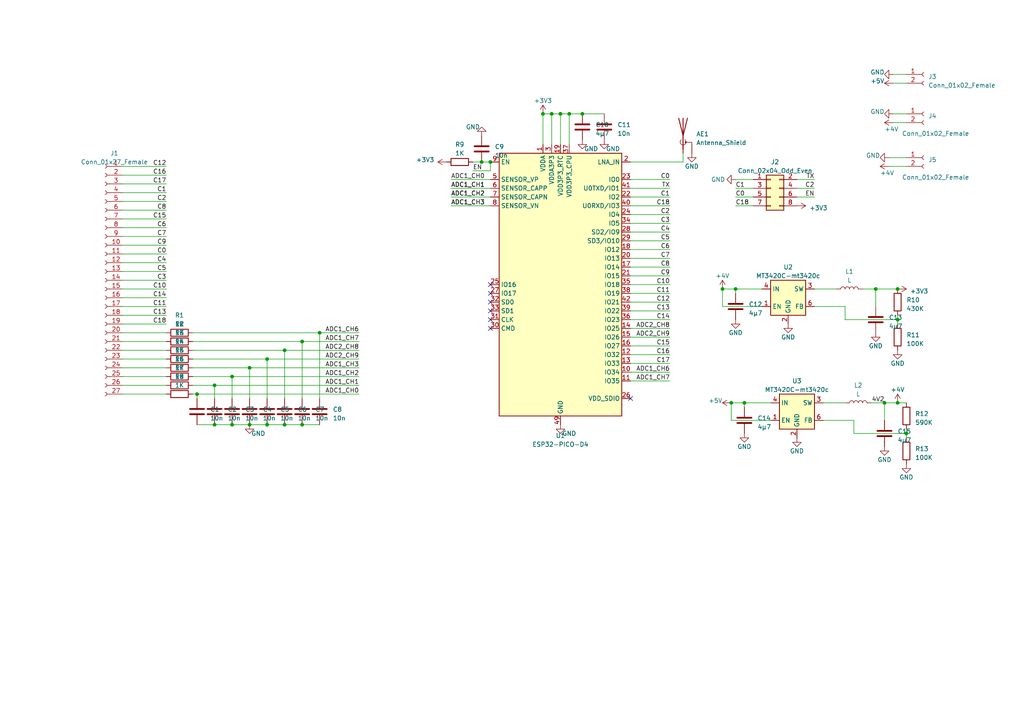
<source format=kicad_sch>
(kicad_sch (version 20210406) (generator eeschema)
  (paper "A4")
  (lib_symbols
    (symbol "Connector:Conn_01x02_Female" (pin_names (offset 1.016) hide)
      (property "Reference" "J" (at 0 2.54 0))
      (property "Value" "Conn_01x02_Female" (at 0 -5.08 0))
      (symbol "Conn_01x02_Female_1_1"
        (arc (start 0 -2.032) (end 0 -3.048) (radius (at 0 -2.54) (length 0.508) (angles 90.1 -90.1)) (stroke (width 0.1524)))
        (arc (start 0 0.508) (end 0 -0.508) (radius (at 0 0) (length 0.508) (angles 90.1 -90.1)) (stroke (width 0.1524)))
        (polyline (pts (xy -1.27 -2.54) (xy -0.508 -2.54)) (stroke (width 0.1524)))
        (polyline (pts (xy -1.27 0) (xy -0.508 0)) (stroke (width 0.1524)))
        (pin passive line (at -5.08 0 0) (length 3.81) (name "Pin_1") (number "1"))
        (pin passive line (at -5.08 -2.54 0) (length 3.81) (name "Pin_2") (number "2"))
      )
    )
    (symbol "Connector:Conn_01x27_Female" (pin_names (offset 1.016) hide)
      (property "Reference" "J" (at 0 35.56 0))
      (property "Value" "Conn_01x27_Female" (at 0 -35.56 0))
      (symbol "Conn_01x27_Female_1_1"
        (arc (start 0 -32.512) (end 0 -33.528) (radius (at 0 -33.02) (length 0.508) (angles 90.1 -90.1)) (stroke (width 0.1524)))
        (arc (start 0 -29.972) (end 0 -30.988) (radius (at 0 -30.48) (length 0.508) (angles 90.1 -90.1)) (stroke (width 0.1524)))
        (arc (start 0 -27.432) (end 0 -28.448) (radius (at 0 -27.94) (length 0.508) (angles 90.1 -90.1)) (stroke (width 0.1524)))
        (arc (start 0 -24.892) (end 0 -25.908) (radius (at 0 -25.4) (length 0.508) (angles 90.1 -90.1)) (stroke (width 0.1524)))
        (arc (start 0 -22.352) (end 0 -23.368) (radius (at 0 -22.86) (length 0.508) (angles 90.1 -90.1)) (stroke (width 0.1524)))
        (arc (start 0 -19.812) (end 0 -20.828) (radius (at 0 -20.32) (length 0.508) (angles 90.1 -90.1)) (stroke (width 0.1524)))
        (arc (start 0 -17.272) (end 0 -18.288) (radius (at 0 -17.78) (length 0.508) (angles 90.1 -90.1)) (stroke (width 0.1524)))
        (arc (start 0 -14.732) (end 0 -15.748) (radius (at 0 -15.24) (length 0.508) (angles 90.1 -90.1)) (stroke (width 0.1524)))
        (arc (start 0 -12.192) (end 0 -13.208) (radius (at 0 -12.7) (length 0.508) (angles 90.1 -90.1)) (stroke (width 0.1524)))
        (arc (start 0 -9.652) (end 0 -10.668) (radius (at 0 -10.16) (length 0.508) (angles 90.1 -90.1)) (stroke (width 0.1524)))
        (arc (start 0 -7.112) (end 0 -8.128) (radius (at 0 -7.62) (length 0.508) (angles 90.1 -90.1)) (stroke (width 0.1524)))
        (arc (start 0 -4.572) (end 0 -5.588) (radius (at 0 -5.08) (length 0.508) (angles 90.1 -90.1)) (stroke (width 0.1524)))
        (arc (start 0 -2.032) (end 0 -3.048) (radius (at 0 -2.54) (length 0.508) (angles 90.1 -90.1)) (stroke (width 0.1524)))
        (arc (start 0 0.508) (end 0 -0.508) (radius (at 0 0) (length 0.508) (angles 90.1 -90.1)) (stroke (width 0.1524)))
        (arc (start 0 3.048) (end 0 2.032) (radius (at 0 2.54) (length 0.508) (angles 90.1 -90.1)) (stroke (width 0.1524)))
        (arc (start 0 5.588) (end 0 4.572) (radius (at 0 5.08) (length 0.508) (angles 90.1 -90.1)) (stroke (width 0.1524)))
        (arc (start 0 8.128) (end 0 7.112) (radius (at 0 7.62) (length 0.508) (angles 90.1 -90.1)) (stroke (width 0.1524)))
        (arc (start 0 10.668) (end 0 9.652) (radius (at 0 10.16) (length 0.508) (angles 90.1 -90.1)) (stroke (width 0.1524)))
        (arc (start 0 13.208) (end 0 12.192) (radius (at 0 12.7) (length 0.508) (angles 90.1 -90.1)) (stroke (width 0.1524)))
        (arc (start 0 15.748) (end 0 14.732) (radius (at 0 15.24) (length 0.508) (angles 90.1 -90.1)) (stroke (width 0.1524)))
        (arc (start 0 18.288) (end 0 17.272) (radius (at 0 17.78) (length 0.508) (angles 90.1 -90.1)) (stroke (width 0.1524)))
        (arc (start 0 20.828) (end 0 19.812) (radius (at 0 20.32) (length 0.508) (angles 90.1 -90.1)) (stroke (width 0.1524)))
        (arc (start 0 23.368) (end 0 22.352) (radius (at 0 22.86) (length 0.508) (angles 90.1 -90.1)) (stroke (width 0.1524)))
        (arc (start 0 25.908) (end 0 24.892) (radius (at 0 25.4) (length 0.508) (angles 90.1 -90.1)) (stroke (width 0.1524)))
        (arc (start 0 28.448) (end 0 27.432) (radius (at 0 27.94) (length 0.508) (angles 90.1 -90.1)) (stroke (width 0.1524)))
        (arc (start 0 30.988) (end 0 29.972) (radius (at 0 30.48) (length 0.508) (angles 90.1 -90.1)) (stroke (width 0.1524)))
        (arc (start 0 33.528) (end 0 32.512) (radius (at 0 33.02) (length 0.508) (angles 90.1 -90.1)) (stroke (width 0.1524)))
        (polyline (pts (xy -1.27 -33.02) (xy -0.508 -33.02)) (stroke (width 0.1524)))
        (polyline (pts (xy -1.27 -30.48) (xy -0.508 -30.48)) (stroke (width 0.1524)))
        (polyline (pts (xy -1.27 -27.94) (xy -0.508 -27.94)) (stroke (width 0.1524)))
        (polyline (pts (xy -1.27 -25.4) (xy -0.508 -25.4)) (stroke (width 0.1524)))
        (polyline (pts (xy -1.27 -22.86) (xy -0.508 -22.86)) (stroke (width 0.1524)))
        (polyline (pts (xy -1.27 -20.32) (xy -0.508 -20.32)) (stroke (width 0.1524)))
        (polyline (pts (xy -1.27 -17.78) (xy -0.508 -17.78)) (stroke (width 0.1524)))
        (polyline (pts (xy -1.27 -15.24) (xy -0.508 -15.24)) (stroke (width 0.1524)))
        (polyline (pts (xy -1.27 -12.7) (xy -0.508 -12.7)) (stroke (width 0.1524)))
        (polyline (pts (xy -1.27 -10.16) (xy -0.508 -10.16)) (stroke (width 0.1524)))
        (polyline (pts (xy -1.27 -7.62) (xy -0.508 -7.62)) (stroke (width 0.1524)))
        (polyline (pts (xy -1.27 -5.08) (xy -0.508 -5.08)) (stroke (width 0.1524)))
        (polyline (pts (xy -1.27 -2.54) (xy -0.508 -2.54)) (stroke (width 0.1524)))
        (polyline (pts (xy -1.27 0) (xy -0.508 0)) (stroke (width 0.1524)))
        (polyline (pts (xy -1.27 2.54) (xy -0.508 2.54)) (stroke (width 0.1524)))
        (polyline (pts (xy -1.27 5.08) (xy -0.508 5.08)) (stroke (width 0.1524)))
        (polyline (pts (xy -1.27 7.62) (xy -0.508 7.62)) (stroke (width 0.1524)))
        (polyline (pts (xy -1.27 10.16) (xy -0.508 10.16)) (stroke (width 0.1524)))
        (polyline (pts (xy -1.27 12.7) (xy -0.508 12.7)) (stroke (width 0.1524)))
        (polyline (pts (xy -1.27 15.24) (xy -0.508 15.24)) (stroke (width 0.1524)))
        (polyline (pts (xy -1.27 17.78) (xy -0.508 17.78)) (stroke (width 0.1524)))
        (polyline (pts (xy -1.27 20.32) (xy -0.508 20.32)) (stroke (width 0.1524)))
        (polyline (pts (xy -1.27 22.86) (xy -0.508 22.86)) (stroke (width 0.1524)))
        (polyline (pts (xy -1.27 25.4) (xy -0.508 25.4)) (stroke (width 0.1524)))
        (polyline (pts (xy -1.27 27.94) (xy -0.508 27.94)) (stroke (width 0.1524)))
        (polyline (pts (xy -1.27 30.48) (xy -0.508 30.48)) (stroke (width 0.1524)))
        (polyline (pts (xy -1.27 33.02) (xy -0.508 33.02)) (stroke (width 0.1524)))
        (pin passive line (at -5.08 33.02 0) (length 3.81) (name "Pin_1") (number "1"))
        (pin passive line (at -5.08 10.16 0) (length 3.81) (name "Pin_10") (number "10"))
        (pin passive line (at -5.08 7.62 0) (length 3.81) (name "Pin_11") (number "11"))
        (pin passive line (at -5.08 5.08 0) (length 3.81) (name "Pin_12") (number "12"))
        (pin passive line (at -5.08 2.54 0) (length 3.81) (name "Pin_13") (number "13"))
        (pin passive line (at -5.08 0 0) (length 3.81) (name "Pin_14") (number "14"))
        (pin passive line (at -5.08 -2.54 0) (length 3.81) (name "Pin_15") (number "15"))
        (pin passive line (at -5.08 -5.08 0) (length 3.81) (name "Pin_16") (number "16"))
        (pin passive line (at -5.08 -7.62 0) (length 3.81) (name "Pin_17") (number "17"))
        (pin passive line (at -5.08 -10.16 0) (length 3.81) (name "Pin_18") (number "18"))
        (pin passive line (at -5.08 -12.7 0) (length 3.81) (name "Pin_19") (number "19"))
        (pin passive line (at -5.08 30.48 0) (length 3.81) (name "Pin_2") (number "2"))
        (pin passive line (at -5.08 -15.24 0) (length 3.81) (name "Pin_20") (number "20"))
        (pin passive line (at -5.08 -17.78 0) (length 3.81) (name "Pin_21") (number "21"))
        (pin passive line (at -5.08 -20.32 0) (length 3.81) (name "Pin_22") (number "22"))
        (pin passive line (at -5.08 -22.86 0) (length 3.81) (name "Pin_23") (number "23"))
        (pin passive line (at -5.08 -25.4 0) (length 3.81) (name "Pin_24") (number "24"))
        (pin passive line (at -5.08 -27.94 0) (length 3.81) (name "Pin_25") (number "25"))
        (pin passive line (at -5.08 -30.48 0) (length 3.81) (name "Pin_26") (number "26"))
        (pin passive line (at -5.08 -33.02 0) (length 3.81) (name "Pin_27") (number "27"))
        (pin passive line (at -5.08 27.94 0) (length 3.81) (name "Pin_3") (number "3"))
        (pin passive line (at -5.08 25.4 0) (length 3.81) (name "Pin_4") (number "4"))
        (pin passive line (at -5.08 22.86 0) (length 3.81) (name "Pin_5") (number "5"))
        (pin passive line (at -5.08 20.32 0) (length 3.81) (name "Pin_6") (number "6"))
        (pin passive line (at -5.08 17.78 0) (length 3.81) (name "Pin_7") (number "7"))
        (pin passive line (at -5.08 15.24 0) (length 3.81) (name "Pin_8") (number "8"))
        (pin passive line (at -5.08 12.7 0) (length 3.81) (name "Pin_9") (number "9"))
      )
    )
    (symbol "Connector_Generic:Conn_02x04_Odd_Even" (pin_names (offset 1.016) hide)
      (property "Reference" "J" (at 1.27 5.08 0))
      (property "Value" "Conn_02x04_Odd_Even" (at 1.27 -7.62 0))
      (symbol "Conn_02x04_Odd_Even_1_1"
        (rectangle (start -1.27 -4.953) (end 0 -5.207) (stroke (width 0.1524)))
        (rectangle (start -1.27 -2.413) (end 0 -2.667) (stroke (width 0.1524)))
        (rectangle (start -1.27 0.127) (end 0 -0.127) (stroke (width 0.1524)))
        (rectangle (start -1.27 2.667) (end 0 2.413) (stroke (width 0.1524)))
        (rectangle (start 3.81 -4.953) (end 2.54 -5.207) (stroke (width 0.1524)))
        (rectangle (start 3.81 -2.413) (end 2.54 -2.667) (stroke (width 0.1524)))
        (rectangle (start 3.81 0.127) (end 2.54 -0.127) (stroke (width 0.1524)))
        (rectangle (start 3.81 2.667) (end 2.54 2.413) (stroke (width 0.1524)))
        (rectangle (start -1.27 3.81) (end 3.81 -6.35) (stroke (width 0.254)) (fill (type background)))
        (pin passive line (at -5.08 2.54 0) (length 3.81) (name "Pin_1") (number "1"))
        (pin passive line (at 7.62 2.54 180) (length 3.81) (name "Pin_2") (number "2"))
        (pin passive line (at -5.08 0 0) (length 3.81) (name "Pin_3") (number "3"))
        (pin passive line (at 7.62 0 180) (length 3.81) (name "Pin_4") (number "4"))
        (pin passive line (at -5.08 -2.54 0) (length 3.81) (name "Pin_5") (number "5"))
        (pin passive line (at 7.62 -2.54 180) (length 3.81) (name "Pin_6") (number "6"))
        (pin passive line (at -5.08 -5.08 0) (length 3.81) (name "Pin_7") (number "7"))
        (pin passive line (at 7.62 -5.08 180) (length 3.81) (name "Pin_8") (number "8"))
      )
    )
    (symbol "Device:Antenna_Shield" (pin_numbers hide) (pin_names (offset 1.016) hide)
      (property "Reference" "AE" (at -1.905 4.445 0))
      (property "Value" "Antenna_Shield" (at -1.905 2.54 0))
      (symbol "Antenna_Shield_0_1"
        (arc (start 0 -2.667) (end -0.508 -1.143) (radius (at -0.0254 -1.8542) (length 0.8128) (angles -88.2 124.2)))
        (arc (start 0 -2.667) (end 0.508 -1.143) (radius (at 0.0254 -1.8542) (length 0.8128) (angles -91.8 55.8)))
        (circle (center 0.762 -1.905) (radius 0.1778) (fill (type outline)))
        (polyline (pts (xy 0 -2.54) (xy 0 0)))
        (polyline (pts (xy 0 5.08) (xy 0 -3.81)) (stroke (width 0.254)))
        (polyline (pts (xy 0.762 -1.905) (xy 2.54 -1.905)))
        (polyline (pts (xy 2.54 -2.54) (xy 2.54 -1.905)))
        (polyline (pts (xy 1.27 5.08) (xy 0 0) (xy -1.27 5.08)) (stroke (width 0.254)))
      )
      (symbol "Antenna_Shield_1_1"
        (pin input line (at 0 -5.08 90) (length 2.54) (name "A") (number "1"))
        (pin input line (at 2.54 -5.08 90) (length 2.54) (name "Shield") (number "2"))
      )
    )
    (symbol "Device:C" (pin_numbers hide) (pin_names (offset 0.254))
      (property "Reference" "C" (at 0.635 2.54 0))
      (property "Value" "C" (at 0.635 -2.54 0))
      (symbol "C_0_1"
        (polyline (pts (xy -2.032 -0.762) (xy 2.032 -0.762)) (stroke (width 0.508)))
        (polyline (pts (xy -2.032 0.762) (xy 2.032 0.762)) (stroke (width 0.508)))
      )
      (symbol "C_1_1"
        (pin passive line (at 0 3.81 270) (length 2.794) (name "~") (number "1"))
        (pin passive line (at 0 -3.81 90) (length 2.794) (name "~") (number "2"))
      )
    )
    (symbol "Device:L" (pin_numbers hide) (pin_names (offset 1.016) hide)
      (property "Reference" "L" (at -1.27 0 90))
      (property "Value" "L" (at 1.905 0 90))
      (symbol "L_0_1"
        (arc (start 0 -2.54) (end 0 -1.27) (radius (at 0 -1.905) (length 0.635) (angles -89.9 89.9)))
        (arc (start 0 -1.27) (end 0 0) (radius (at 0 -0.635) (length 0.635) (angles -89.9 89.9)))
        (arc (start 0 0) (end 0 1.27) (radius (at 0 0.635) (length 0.635) (angles -89.9 89.9)))
        (arc (start 0 1.27) (end 0 2.54) (radius (at 0 1.905) (length 0.635) (angles -89.9 89.9)))
      )
      (symbol "L_1_1"
        (pin passive line (at 0 3.81 270) (length 1.27) (name "1") (number "1"))
        (pin passive line (at 0 -3.81 90) (length 1.27) (name "2") (number "2"))
      )
    )
    (symbol "Device:R" (pin_numbers hide) (pin_names (offset 0))
      (property "Reference" "R" (at 2.032 0 90))
      (property "Value" "R" (at 0 0 90))
      (symbol "R_0_1"
        (rectangle (start -1.016 -2.54) (end 1.016 2.54) (stroke (width 0.254)))
      )
      (symbol "R_1_1"
        (pin passive line (at 0 3.81 270) (length 1.27) (name "~") (number "1"))
        (pin passive line (at 0 -3.81 90) (length 1.27) (name "~") (number "2"))
      )
    )
    (symbol "RF_Module:ESP32-PICO-D4"
      (property "Reference" "U" (at -17.78 39.37 0))
      (property "Value" "ESP32-PICO-D4" (at 3.81 39.37 0))
      (symbol "ESP32-PICO-D4_0_0"
        (pin power_in line (at -5.08 40.64 270) (length 2.54) (name "VDDA") (number "1"))
        (pin input line (at 20.32 -25.4 180) (length 2.54) (name "IO34") (number "10"))
        (pin input line (at 20.32 -27.94 180) (length 2.54) (name "IO35") (number "11"))
        (pin bidirectional line (at 20.32 -20.32 180) (length 2.54) (name "IO32") (number "12"))
        (pin bidirectional line (at 20.32 -22.86 180) (length 2.54) (name "IO33") (number "13"))
        (pin bidirectional line (at 20.32 -12.7 180) (length 2.54) (name "IO25") (number "14"))
        (pin bidirectional line (at 20.32 -15.24 180) (length 2.54) (name "IO26") (number "15"))
        (pin bidirectional line (at 20.32 -17.78 180) (length 2.54) (name "IO27") (number "16"))
        (pin bidirectional line (at 20.32 5.08 180) (length 2.54) (name "IO14") (number "17"))
        (pin bidirectional line (at 20.32 10.16 180) (length 2.54) (name "IO12") (number "18"))
        (pin power_in line (at 0 40.64 270) (length 2.54) (name "VDD3P3_RTC") (number "19"))
        (pin bidirectional line (at 20.32 35.56 180) (length 2.54) (name "LNA_IN") (number "2"))
        (pin bidirectional line (at 20.32 7.62 180) (length 2.54) (name "IO13") (number "20"))
        (pin bidirectional line (at 20.32 2.54 180) (length 2.54) (name "IO15") (number "21"))
        (pin bidirectional line (at 20.32 25.4 180) (length 2.54) (name "IO2") (number "22"))
        (pin bidirectional line (at 20.32 30.48 180) (length 2.54) (name "IO0") (number "23"))
        (pin bidirectional line (at 20.32 20.32 180) (length 2.54) (name "IO4") (number "24"))
        (pin bidirectional line (at -20.32 0 0) (length 2.54) (name "IO16") (number "25"))
        (pin power_out line (at 20.32 -33.02 180) (length 2.54) (name "VDD_SDIO") (number "26"))
        (pin bidirectional line (at -20.32 -2.54 0) (length 2.54) (name "IO17") (number "27"))
        (pin bidirectional line (at 20.32 15.24 180) (length 2.54) (name "SD2/IO9") (number "28"))
        (pin bidirectional line (at 20.32 12.7 180) (length 2.54) (name "SD3/IO10") (number "29"))
        (pin power_in line (at -2.54 40.64 270) (length 2.54) (name "VDDA3P3") (number "3"))
        (pin bidirectional line (at -20.32 -12.7 0) (length 2.54) (name "CMD") (number "30"))
        (pin bidirectional line (at -20.32 -10.16 0) (length 2.54) (name "CLK") (number "31"))
        (pin bidirectional line (at -20.32 -5.08 0) (length 2.54) (name "SD0") (number "32"))
        (pin bidirectional line (at -20.32 -7.62 0) (length 2.54) (name "SD1") (number "33"))
        (pin bidirectional line (at 20.32 17.78 180) (length 2.54) (name "IO5") (number "34"))
        (pin bidirectional line (at 20.32 0 180) (length 2.54) (name "IO18") (number "35"))
        (pin bidirectional line (at 20.32 -10.16 180) (length 2.54) (name "IO23") (number "36"))
        (pin power_in line (at 2.54 40.64 270) (length 2.54) (name "VDD3P3_CPU") (number "37"))
        (pin bidirectional line (at 20.32 -2.54 180) (length 2.54) (name "IO19") (number "38"))
        (pin bidirectional line (at 20.32 -7.62 180) (length 2.54) (name "IO22") (number "39"))
        (pin passive line (at -2.54 40.64 270) (length 2.54) hide (name "VDDA3P3") (number "4"))
        (pin bidirectional line (at 20.32 22.86 180) (length 2.54) (name "U0RXD/IO3") (number "40"))
        (pin bidirectional line (at 20.32 27.94 180) (length 2.54) (name "U0TXD/IO1") (number "41"))
        (pin bidirectional line (at 20.32 -5.08 180) (length 2.54) (name "IO21") (number "42"))
        (pin passive line (at -5.08 40.64 270) (length 2.54) hide (name "VDDA") (number "43"))
        (pin no_connect line (at -17.78 -25.4 0) (length 2.54) hide (name "XTAL_N_NC") (number "44"))
        (pin no_connect line (at -17.78 -27.94 0) (length 2.54) hide (name "XTAL_P_NC") (number "45"))
        (pin passive line (at -5.08 40.64 270) (length 2.54) hide (name "VDDA") (number "46"))
        (pin no_connect line (at -17.78 -30.48 0) (length 2.54) hide (name "CAP2_NC") (number "47"))
        (pin no_connect line (at -17.78 -33.02 0) (length 2.54) hide (name "CAP1_NC") (number "48"))
        (pin power_in line (at 0 -40.64 90) (length 2.54) (name "GND") (number "49"))
        (pin input line (at -20.32 30.48 0) (length 2.54) (name "SENSOR_VP") (number "5"))
        (pin input line (at -20.32 27.94 0) (length 2.54) (name "SENSOR_CAPP") (number "6"))
        (pin input line (at -20.32 25.4 0) (length 2.54) (name "SENSOR_CAPN") (number "7"))
        (pin input line (at -20.32 22.86 0) (length 2.54) (name "SENSOR_VN") (number "8"))
        (pin input line (at -20.32 35.56 0) (length 2.54) (name "EN") (number "9"))
      )
      (symbol "ESP32-PICO-D4_0_1"
        (rectangle (start -17.78 38.1) (end 17.78 -38.1) (stroke (width 0.254)) (fill (type background)))
      )
    )
    (symbol "TheBrutzlers_Lib:MT3420C-mt3420c"
      (property "Reference" "U1" (at 0 9.3218 0))
      (property "Value" "MT3420C-mt3420c" (at 0 7.0104 0))
      (symbol "MT3420C-mt3420c_0_1"
        (rectangle (start -5.08 5.08) (end 5.08 -5.08) (stroke (width 0.254)) (fill (type background)))
      )
      (symbol "MT3420C-mt3420c_1_1"
        (pin input line (at -7.62 -2.54 0) (length 2.54) (name "EN") (number "1"))
        (pin power_in line (at 0 -7.62 90) (length 2.54) (name "GND") (number "2"))
        (pin passive line (at 7.62 2.54 180) (length 2.54) (name "SW") (number "3"))
        (pin power_in line (at -7.62 2.54 0) (length 2.54) (name "IN") (number "4"))
        (pin no_connect line (at 5.08 0 180) (length 2.54) hide (name "NC") (number "5"))
        (pin input line (at 7.62 -2.54 180) (length 2.54) (name "FB") (number "6"))
      )
    )
    (symbol "power:+3V3" (power) (pin_names (offset 0))
      (property "Value" "+3V3" (at 0 3.556 0))
      (symbol "+3V3_0_1"
        (polyline (pts (xy -0.762 1.27) (xy 0 2.54)))
        (polyline (pts (xy 0 0) (xy 0 2.54)))
        (polyline (pts (xy 0 2.54) (xy 0.762 1.27)))
      )
      (symbol "+3V3_1_1"
        (pin power_in line (at 0 0 90) (length 0) hide (name "+3V3") (number "1"))
      )
    )
    (symbol "power:+4V" (power) (pin_names (offset 0))
      (property "Value" "+4V" (at 0 3.556 0))
      (symbol "+4V_0_1"
        (polyline (pts (xy -0.762 1.27) (xy 0 2.54)))
        (polyline (pts (xy 0 0) (xy 0 2.54)))
        (polyline (pts (xy 0 2.54) (xy 0.762 1.27)))
      )
      (symbol "+4V_1_1"
        (pin power_in line (at 0 0 90) (length 0) hide (name "+4V") (number "1"))
      )
    )
    (symbol "power:+5V" (power) (pin_names (offset 0))
      (property "Value" "+5V" (at 0 3.556 0))
      (symbol "+5V_0_1"
        (polyline (pts (xy -0.762 1.27) (xy 0 2.54)))
        (polyline (pts (xy 0 0) (xy 0 2.54)))
        (polyline (pts (xy 0 2.54) (xy 0.762 1.27)))
      )
      (symbol "+5V_1_1"
        (pin power_in line (at 0 0 90) (length 0) hide (name "+5V") (number "1"))
      )
    )
    (symbol "power:GND" (power) (pin_names (offset 0))
      (property "Value" "GND" (at 0 -3.81 0))
      (symbol "GND_0_1"
        (polyline (pts (xy 0 0) (xy 0 -1.27) (xy 1.27 -1.27) (xy 0 -2.54) (xy -1.27 -1.27) (xy 0 -1.27)))
      )
      (symbol "GND_1_1"
        (pin power_in line (at 0 0 270) (length 0) hide (name "GND") (number "1"))
      )
    )
  )
  (junction (at 57.15 114.3) (diameter 0.9144))
  (junction (at 62.23 111.76) (diameter 0.9144))
  (junction (at 62.23 123.19) (diameter 0.9144))
  (junction (at 67.31 109.22) (diameter 0.9144))
  (junction (at 67.31 123.19) (diameter 0.9144))
  (junction (at 72.39 106.68) (diameter 0.9144))
  (junction (at 72.39 123.19) (diameter 0.9144))
  (junction (at 77.47 104.14) (diameter 0.9144))
  (junction (at 77.47 123.19) (diameter 0.9144))
  (junction (at 82.55 101.6) (diameter 0.9144))
  (junction (at 82.55 123.19) (diameter 0.9144))
  (junction (at 87.63 99.06) (diameter 0.9144))
  (junction (at 87.63 123.19) (diameter 0.9144))
  (junction (at 92.71 96.52) (diameter 0.9144))
  (junction (at 139.7 46.99) (diameter 0.9144))
  (junction (at 142.24 46.99) (diameter 0.9144))
  (junction (at 157.48 33.02) (diameter 0.9144))
  (junction (at 160.02 33.02) (diameter 0.9144))
  (junction (at 162.56 33.02) (diameter 0.9144))
  (junction (at 165.1 33.02) (diameter 0.9144))
  (junction (at 168.91 33.02) (diameter 0.9144))
  (junction (at 209.55 83.82) (diameter 0.9144))
  (junction (at 212.09 116.84) (diameter 0.9144))
  (junction (at 213.36 83.82) (diameter 0.9144))
  (junction (at 215.9 116.84) (diameter 0.9144))
  (junction (at 254 83.82) (diameter 0.9144))
  (junction (at 256.54 116.84) (diameter 0.9144))
  (junction (at 260.35 83.82) (diameter 0.9144))
  (junction (at 260.35 92.71) (diameter 0.9144))
  (junction (at 260.35 116.84) (diameter 0.9144))
  (junction (at 262.89 125.73) (diameter 0.9144))
  (no_connect (at 142.24 82.55))
  (no_connect (at 142.24 85.09))
  (no_connect (at 142.24 87.63))
  (no_connect (at 142.24 90.17))
  (no_connect (at 142.24 92.71))
  (no_connect (at 142.24 95.25))
  (no_connect (at 182.88 115.57))
  (wire (pts (xy 35.56 48.26) (xy 48.26 48.26)))
  (wire (pts (xy 35.56 50.8) (xy 48.26 50.8)))
  (wire (pts (xy 35.56 53.34) (xy 48.26 53.34)))
  (wire (pts (xy 35.56 55.88) (xy 48.26 55.88)))
  (wire (pts (xy 35.56 58.42) (xy 48.26 58.42)))
  (wire (pts (xy 35.56 60.96) (xy 48.26 60.96)))
  (wire (pts (xy 35.56 63.5) (xy 48.26 63.5)))
  (wire (pts (xy 35.56 66.04) (xy 48.26 66.04)))
  (wire (pts (xy 35.56 68.58) (xy 48.26 68.58)))
  (wire (pts (xy 35.56 71.12) (xy 48.26 71.12)))
  (wire (pts (xy 35.56 73.66) (xy 48.26 73.66)))
  (wire (pts (xy 35.56 76.2) (xy 48.26 76.2)))
  (wire (pts (xy 35.56 78.74) (xy 48.26 78.74)))
  (wire (pts (xy 35.56 81.28) (xy 48.26 81.28)))
  (wire (pts (xy 35.56 83.82) (xy 48.26 83.82)))
  (wire (pts (xy 35.56 86.36) (xy 48.26 86.36)))
  (wire (pts (xy 35.56 88.9) (xy 48.26 88.9)))
  (wire (pts (xy 35.56 91.44) (xy 48.26 91.44)))
  (wire (pts (xy 35.56 93.98) (xy 48.26 93.98)))
  (wire (pts (xy 35.56 96.52) (xy 48.26 96.52)))
  (wire (pts (xy 35.56 99.06) (xy 48.26 99.06)))
  (wire (pts (xy 35.56 101.6) (xy 48.26 101.6)))
  (wire (pts (xy 35.56 104.14) (xy 48.26 104.14)))
  (wire (pts (xy 35.56 106.68) (xy 48.26 106.68)))
  (wire (pts (xy 35.56 109.22) (xy 48.26 109.22)))
  (wire (pts (xy 35.56 111.76) (xy 48.26 111.76)))
  (wire (pts (xy 35.56 114.3) (xy 48.26 114.3)))
  (wire (pts (xy 55.88 96.52) (xy 92.71 96.52)))
  (wire (pts (xy 55.88 99.06) (xy 87.63 99.06)))
  (wire (pts (xy 55.88 101.6) (xy 82.55 101.6)))
  (wire (pts (xy 55.88 104.14) (xy 77.47 104.14)))
  (wire (pts (xy 55.88 106.68) (xy 72.39 106.68)))
  (wire (pts (xy 55.88 109.22) (xy 67.31 109.22)))
  (wire (pts (xy 55.88 111.76) (xy 62.23 111.76)))
  (wire (pts (xy 55.88 114.3) (xy 57.15 114.3)))
  (wire (pts (xy 57.15 114.3) (xy 57.15 115.57)))
  (wire (pts (xy 57.15 114.3) (xy 104.14 114.3)))
  (wire (pts (xy 57.15 123.19) (xy 62.23 123.19)))
  (wire (pts (xy 62.23 111.76) (xy 62.23 115.57)))
  (wire (pts (xy 62.23 111.76) (xy 104.14 111.76)))
  (wire (pts (xy 62.23 123.19) (xy 67.31 123.19)))
  (wire (pts (xy 67.31 109.22) (xy 67.31 115.57)))
  (wire (pts (xy 67.31 109.22) (xy 104.14 109.22)))
  (wire (pts (xy 67.31 123.19) (xy 72.39 123.19)))
  (wire (pts (xy 72.39 106.68) (xy 72.39 115.57)))
  (wire (pts (xy 72.39 106.68) (xy 104.14 106.68)))
  (wire (pts (xy 72.39 123.19) (xy 77.47 123.19)))
  (wire (pts (xy 77.47 104.14) (xy 77.47 115.57)))
  (wire (pts (xy 77.47 104.14) (xy 104.14 104.14)))
  (wire (pts (xy 77.47 123.19) (xy 82.55 123.19)))
  (wire (pts (xy 82.55 101.6) (xy 82.55 115.57)))
  (wire (pts (xy 82.55 101.6) (xy 104.14 101.6)))
  (wire (pts (xy 82.55 123.19) (xy 87.63 123.19)))
  (wire (pts (xy 87.63 99.06) (xy 87.63 115.57)))
  (wire (pts (xy 87.63 99.06) (xy 104.14 99.06)))
  (wire (pts (xy 87.63 123.19) (xy 92.71 123.19)))
  (wire (pts (xy 92.71 96.52) (xy 92.71 115.57)))
  (wire (pts (xy 92.71 96.52) (xy 104.14 96.52)))
  (wire (pts (xy 130.81 52.07) (xy 142.24 52.07)))
  (wire (pts (xy 130.81 54.61) (xy 142.24 54.61)))
  (wire (pts (xy 130.81 57.15) (xy 142.24 57.15)))
  (wire (pts (xy 130.81 59.69) (xy 142.24 59.69)))
  (wire (pts (xy 137.16 46.99) (xy 139.7 46.99)))
  (wire (pts (xy 137.16 49.53) (xy 142.24 49.53)))
  (wire (pts (xy 139.7 46.99) (xy 142.24 46.99)))
  (wire (pts (xy 142.24 49.53) (xy 142.24 46.99)))
  (wire (pts (xy 157.48 33.02) (xy 160.02 33.02)))
  (wire (pts (xy 157.48 41.91) (xy 157.48 33.02)))
  (wire (pts (xy 160.02 33.02) (xy 160.02 41.91)))
  (wire (pts (xy 160.02 33.02) (xy 162.56 33.02)))
  (wire (pts (xy 162.56 33.02) (xy 162.56 41.91)))
  (wire (pts (xy 162.56 33.02) (xy 165.1 33.02)))
  (wire (pts (xy 165.1 33.02) (xy 165.1 41.91)))
  (wire (pts (xy 165.1 33.02) (xy 168.91 33.02)))
  (wire (pts (xy 168.91 33.02) (xy 175.26 33.02)))
  (wire (pts (xy 182.88 46.99) (xy 198.12 46.99)))
  (wire (pts (xy 182.88 52.07) (xy 194.31 52.07)))
  (wire (pts (xy 182.88 54.61) (xy 194.31 54.61)))
  (wire (pts (xy 182.88 57.15) (xy 194.31 57.15)))
  (wire (pts (xy 182.88 59.69) (xy 194.31 59.69)))
  (wire (pts (xy 182.88 62.23) (xy 194.31 62.23)))
  (wire (pts (xy 182.88 64.77) (xy 194.31 64.77)))
  (wire (pts (xy 182.88 67.31) (xy 194.31 67.31)))
  (wire (pts (xy 182.88 69.85) (xy 194.31 69.85)))
  (wire (pts (xy 182.88 72.39) (xy 194.31 72.39)))
  (wire (pts (xy 182.88 74.93) (xy 194.31 74.93)))
  (wire (pts (xy 182.88 77.47) (xy 194.31 77.47)))
  (wire (pts (xy 182.88 80.01) (xy 194.31 80.01)))
  (wire (pts (xy 182.88 82.55) (xy 194.31 82.55)))
  (wire (pts (xy 182.88 85.09) (xy 194.31 85.09)))
  (wire (pts (xy 182.88 87.63) (xy 194.31 87.63)))
  (wire (pts (xy 182.88 90.17) (xy 194.31 90.17)))
  (wire (pts (xy 182.88 92.71) (xy 194.31 92.71)))
  (wire (pts (xy 182.88 95.25) (xy 194.31 95.25)))
  (wire (pts (xy 182.88 97.79) (xy 194.31 97.79)))
  (wire (pts (xy 182.88 100.33) (xy 194.31 100.33)))
  (wire (pts (xy 182.88 102.87) (xy 194.31 102.87)))
  (wire (pts (xy 182.88 105.41) (xy 194.31 105.41)))
  (wire (pts (xy 182.88 107.95) (xy 194.31 107.95)))
  (wire (pts (xy 182.88 110.49) (xy 194.31 110.49)))
  (wire (pts (xy 198.12 44.45) (xy 198.12 46.99)))
  (wire (pts (xy 209.55 83.82) (xy 209.55 88.9)))
  (wire (pts (xy 209.55 83.82) (xy 213.36 83.82)))
  (wire (pts (xy 209.55 88.9) (xy 220.98 88.9)))
  (wire (pts (xy 212.09 116.84) (xy 212.09 121.92)))
  (wire (pts (xy 212.09 116.84) (xy 215.9 116.84)))
  (wire (pts (xy 212.09 121.92) (xy 223.52 121.92)))
  (wire (pts (xy 213.36 52.07) (xy 218.44 52.07)))
  (wire (pts (xy 213.36 54.61) (xy 218.44 54.61)))
  (wire (pts (xy 213.36 57.15) (xy 218.44 57.15)))
  (wire (pts (xy 213.36 59.69) (xy 218.44 59.69)))
  (wire (pts (xy 213.36 83.82) (xy 213.36 85.09)))
  (wire (pts (xy 213.36 83.82) (xy 220.98 83.82)))
  (wire (pts (xy 215.9 116.84) (xy 215.9 118.11)))
  (wire (pts (xy 215.9 116.84) (xy 223.52 116.84)))
  (wire (pts (xy 231.14 52.07) (xy 236.22 52.07)))
  (wire (pts (xy 231.14 54.61) (xy 236.22 54.61)))
  (wire (pts (xy 231.14 57.15) (xy 236.22 57.15)))
  (wire (pts (xy 236.22 83.82) (xy 242.57 83.82)))
  (wire (pts (xy 236.22 88.9) (xy 245.11 88.9)))
  (wire (pts (xy 238.76 116.84) (xy 245.11 116.84)))
  (wire (pts (xy 238.76 121.92) (xy 247.65 121.92)))
  (wire (pts (xy 245.11 88.9) (xy 245.11 92.71)))
  (wire (pts (xy 245.11 92.71) (xy 260.35 92.71)))
  (wire (pts (xy 247.65 121.92) (xy 247.65 125.73)))
  (wire (pts (xy 247.65 125.73) (xy 262.89 125.73)))
  (wire (pts (xy 250.19 83.82) (xy 254 83.82)))
  (wire (pts (xy 252.73 116.84) (xy 256.54 116.84)))
  (wire (pts (xy 254 83.82) (xy 254 88.9)))
  (wire (pts (xy 254 83.82) (xy 260.35 83.82)))
  (wire (pts (xy 256.54 116.84) (xy 256.54 121.92)))
  (wire (pts (xy 256.54 116.84) (xy 260.35 116.84)))
  (wire (pts (xy 257.81 45.72) (xy 262.89 45.72)))
  (wire (pts (xy 257.81 48.26) (xy 262.89 48.26)))
  (wire (pts (xy 259.08 21.59) (xy 262.89 21.59)))
  (wire (pts (xy 259.08 24.13) (xy 262.89 24.13)))
  (wire (pts (xy 259.08 33.02) (xy 262.89 33.02)))
  (wire (pts (xy 259.08 35.56) (xy 262.89 35.56)))
  (wire (pts (xy 260.35 92.71) (xy 260.35 91.44)))
  (wire (pts (xy 260.35 92.71) (xy 260.35 93.98)))
  (wire (pts (xy 260.35 116.84) (xy 262.89 116.84)))
  (wire (pts (xy 262.89 125.73) (xy 262.89 124.46)))
  (wire (pts (xy 262.89 125.73) (xy 262.89 127)))
  (label "C12" (at 48.26 48.26 180))
  (label "C16" (at 48.26 50.8 180))
  (label "C17" (at 48.26 53.34 180))
  (label "C1" (at 48.26 55.88 180))
  (label "C2" (at 48.26 58.42 180))
  (label "C8" (at 48.26 60.96 180))
  (label "C15" (at 48.26 63.5 180))
  (label "C6" (at 48.26 66.04 180))
  (label "C7" (at 48.26 68.58 180))
  (label "C9" (at 48.26 71.12 180))
  (label "C0" (at 48.26 73.66 180))
  (label "C4" (at 48.26 76.2 180))
  (label "C5" (at 48.26 78.74 180))
  (label "C3" (at 48.26 81.28 180))
  (label "C10" (at 48.26 83.82 180))
  (label "C14" (at 48.26 86.36 180))
  (label "C11" (at 48.26 88.9 180))
  (label "C13" (at 48.26 91.44 180))
  (label "C18" (at 48.26 93.98 180))
  (label "ADC1_CH6" (at 104.14 96.52 180))
  (label "ADC1_CH7" (at 104.14 99.06 180))
  (label "ADC2_CH8" (at 104.14 101.6 180))
  (label "ADC2_CH9" (at 104.14 104.14 180))
  (label "ADC1_CH3" (at 104.14 106.68 180))
  (label "ADC1_CH2" (at 104.14 109.22 180))
  (label "ADC1_CH1" (at 104.14 111.76 180))
  (label "ADC1_CH0" (at 104.14 114.3 180))
  (label "ADC1_CH0" (at 130.81 52.07 0))
  (label "ADC1_CH1" (at 130.81 54.61 0))
  (label "ADC1_CH1" (at 130.81 54.61 0))
  (label "ADC1_CH2" (at 130.81 57.15 0))
  (label "ADC1_CH2" (at 130.81 57.15 0))
  (label "ADC1_CH3" (at 130.81 59.69 0))
  (label "ADC1_CH3" (at 130.81 59.69 0))
  (label "EN" (at 137.16 49.53 0))
  (label "C0" (at 194.31 52.07 180))
  (label "TX" (at 194.31 54.61 180))
  (label "C1" (at 194.31 57.15 180))
  (label "C18" (at 194.31 59.69 180))
  (label "C2" (at 194.31 62.23 180))
  (label "C3" (at 194.31 64.77 180))
  (label "C4" (at 194.31 67.31 180))
  (label "C5" (at 194.31 69.85 180))
  (label "C6" (at 194.31 72.39 180))
  (label "C7" (at 194.31 74.93 180))
  (label "C8" (at 194.31 77.47 180))
  (label "C9" (at 194.31 80.01 180))
  (label "C10" (at 194.31 82.55 180))
  (label "C11" (at 194.31 85.09 180))
  (label "C12" (at 194.31 87.63 180))
  (label "C13" (at 194.31 90.17 180))
  (label "C14" (at 194.31 92.71 180))
  (label "ADC2_CH8" (at 194.31 95.25 180))
  (label "ADC2_CH9" (at 194.31 97.79 180))
  (label "C15" (at 194.31 100.33 180))
  (label "C16" (at 194.31 102.87 180))
  (label "C17" (at 194.31 105.41 180))
  (label "ADC1_CH6" (at 194.31 107.95 180))
  (label "ADC1_CH7" (at 194.31 110.49 180))
  (label "C1" (at 213.36 54.61 0))
  (label "C0" (at 213.36 57.15 0))
  (label "C18" (at 213.36 59.69 0))
  (label "TX" (at 236.22 52.07 180))
  (label "C2" (at 236.22 54.61 180))
  (label "EN" (at 236.22 57.15 180))
  (label "4V2" (at 256.54 116.84 180))
  (symbol (lib_id "power:+3V3") (at 129.54 46.99 90) (unit 1)
    (property "Reference" "#PWR02" (effects hide))
    (property "Value" "+3V3" (at 120.65 46.3549 90) (effects (justify right)))
  )
  (symbol (lib_id "power:+3V3") (at 157.48 33.02 0) (unit 1)
    (property "Reference" "#PWR04" (effects hide))
    (property "Value" "+3V3" (at 157.48 29.21 0))
  )
  (symbol (lib_id "power:+4V") (at 209.55 83.82 0) (unit 1)
    (property "Reference" "#PWR0101" (effects hide))
    (property "Value" "+4V" (at 209.55 80.01 0))
  )
  (symbol (lib_id "power:+5V") (at 212.09 116.84 90) (unit 1)
    (property "Reference" "#PWR0107" (effects hide))
    (property "Value" "+5V" (at 209.55 116.2049 90) (effects (justify left)))
  )
  (symbol (lib_id "power:+3V3") (at 231.14 59.69 270) (unit 1)
    (property "Reference" "#PWR013" (effects hide))
    (property "Value" "+3V3" (at 240.03 60.3251 90) (effects (justify right)))
  )
  (symbol (lib_id "power:+4V") (at 257.81 48.26 90) (unit 1)
    (property "Reference" "#PWR0109" (effects hide))
    (property "Value" "+4V" (at 255.27 50.1649 90) (effects (justify right)))
  )
  (symbol (lib_id "power:+5V") (at 259.08 24.13 90) (unit 1)
    (property "Reference" "#PWR016" (effects hide))
    (property "Value" "+5V" (at 256.54 23.4949 90) (effects (justify left)))
  )
  (symbol (lib_id "power:+4V") (at 259.08 35.56 90) (unit 1)
    (property "Reference" "#PWR0108" (effects hide))
    (property "Value" "+4V" (at 256.54 37.4649 90) (effects (justify right)))
  )
  (symbol (lib_id "power:+3V3") (at 260.35 83.82 270) (unit 1)
    (property "Reference" "#PWR019" (effects hide))
    (property "Value" "+3V3" (at 269.24 84.4551 90) (effects (justify right)))
  )
  (symbol (lib_id "power:+4V") (at 260.35 116.84 0) (unit 1)
    (property "Reference" "#PWR0102" (effects hide))
    (property "Value" "+4V" (at 260.35 113.03 0))
  )
  (symbol (lib_id "power:GND") (at 72.39 123.19 0) (unit 1)
    (property "Reference" "#PWR01" (effects hide))
    (property "Value" "GND" (at 74.93 125.73 0))
  )
  (symbol (lib_id "power:GND") (at 139.7 39.37 180) (unit 1)
    (property "Reference" "#PWR03" (effects hide))
    (property "Value" "GND" (at 137.16 36.83 0))
  )
  (symbol (lib_id "power:GND") (at 162.56 123.19 0) (unit 1)
    (property "Reference" "#PWR05" (effects hide))
    (property "Value" "GND" (at 165.1 125.73 0))
  )
  (symbol (lib_id "power:GND") (at 168.91 40.64 0) (unit 1)
    (property "Reference" "#PWR06" (effects hide))
    (property "Value" "GND" (at 171.45 43.18 0))
  )
  (symbol (lib_id "power:GND") (at 175.26 40.64 0) (unit 1)
    (property "Reference" "#PWR07" (effects hide))
    (property "Value" "GND" (at 177.8 43.18 0))
  )
  (symbol (lib_id "power:GND") (at 200.66 44.45 0) (unit 1)
    (property "Reference" "#PWR08" (effects hide))
    (property "Value" "GND" (at 200.66 48.26 0))
  )
  (symbol (lib_id "power:GND") (at 213.36 52.07 270) (unit 1)
    (property "Reference" "#PWR010" (effects hide))
    (property "Value" "GND" (at 208.28 52.07 90))
  )
  (symbol (lib_id "power:GND") (at 213.36 92.71 0) (unit 1)
    (property "Reference" "#PWR011" (effects hide))
    (property "Value" "GND" (at 213.36 96.52 0))
  )
  (symbol (lib_id "power:GND") (at 215.9 125.73 0) (unit 1)
    (property "Reference" "#PWR0106" (effects hide))
    (property "Value" "GND" (at 215.9 129.54 0))
  )
  (symbol (lib_id "power:GND") (at 228.6 93.98 0) (unit 1)
    (property "Reference" "#PWR012" (effects hide))
    (property "Value" "GND" (at 228.6 97.79 0))
  )
  (symbol (lib_id "power:GND") (at 231.14 127 0) (unit 1)
    (property "Reference" "#PWR0105" (effects hide))
    (property "Value" "GND" (at 231.14 130.81 0))
  )
  (symbol (lib_id "power:GND") (at 254 96.52 0) (unit 1)
    (property "Reference" "#PWR014" (effects hide))
    (property "Value" "GND" (at 254 100.33 0))
  )
  (symbol (lib_id "power:GND") (at 256.54 129.54 0) (unit 1)
    (property "Reference" "#PWR0103" (effects hide))
    (property "Value" "GND" (at 256.54 133.35 0))
  )
  (symbol (lib_id "power:GND") (at 257.81 45.72 270) (unit 1)
    (property "Reference" "#PWR0110" (effects hide))
    (property "Value" "GND" (at 255.27 45.0849 90) (effects (justify right)))
  )
  (symbol (lib_id "power:GND") (at 259.08 21.59 270) (unit 1)
    (property "Reference" "#PWR015" (effects hide))
    (property "Value" "GND" (at 256.54 20.9549 90) (effects (justify right)))
  )
  (symbol (lib_id "power:GND") (at 259.08 33.02 270) (unit 1)
    (property "Reference" "#PWR017" (effects hide))
    (property "Value" "GND" (at 256.54 32.3849 90) (effects (justify right)))
  )
  (symbol (lib_id "power:GND") (at 260.35 101.6 0) (unit 1)
    (property "Reference" "#PWR020" (effects hide))
    (property "Value" "GND" (at 260.35 105.41 0))
  )
  (symbol (lib_id "power:GND") (at 262.89 134.62 0) (unit 1)
    (property "Reference" "#PWR0104" (effects hide))
    (property "Value" "GND" (at 262.89 138.43 0))
  )
  (symbol (lib_id "Device:L") (at 246.38 83.82 90) (unit 1)
    (property "Reference" "L1" (at 246.38 78.74 90))
    (property "Value" "L" (at 246.38 81.28 90))
    (property "Footprint" "Inductor_SMD:L_1008_2520Metric_Pad1.43x2.20mm_HandSolder" (effects hide))
  )
  (symbol (lib_id "Device:L") (at 248.92 116.84 90) (unit 1)
    (property "Reference" "L2" (at 248.92 111.76 90))
    (property "Value" "L" (at 248.92 114.3 90))
    (property "Footprint" "Inductor_SMD:L_1008_2520Metric_Pad1.43x2.20mm_HandSolder" (effects hide))
  )
  (symbol (lib_id "Device:R") (at 52.07 96.52 90) (unit 1)
    (property "Reference" "R1" (at 52.07 91.44 90))
    (property "Value" "1K" (at 52.07 93.98 90))
    (property "Footprint" "Inductor_SMD:L_0402_1005Metric" (effects hide))
  )
  (symbol (lib_id "Device:R") (at 52.07 99.06 90) (unit 1)
    (property "Reference" "R2" (at 52.07 93.98 90))
    (property "Value" "1K" (at 52.07 96.52 90))
    (property "Footprint" "Inductor_SMD:L_0402_1005Metric" (effects hide))
  )
  (symbol (lib_id "Device:R") (at 52.07 101.6 90) (unit 1)
    (property "Reference" "R3" (at 52.07 96.52 90))
    (property "Value" "1K" (at 52.07 99.06 90))
    (property "Footprint" "Inductor_SMD:L_0402_1005Metric" (effects hide))
  )
  (symbol (lib_id "Device:R") (at 52.07 104.14 90) (unit 1)
    (property "Reference" "R4" (at 52.07 99.06 90))
    (property "Value" "1K" (at 52.07 101.6 90))
    (property "Footprint" "Inductor_SMD:L_0402_1005Metric" (effects hide))
  )
  (symbol (lib_id "Device:R") (at 52.07 106.68 90) (unit 1)
    (property "Reference" "R5" (at 52.07 101.6 90))
    (property "Value" "1K" (at 52.07 104.14 90))
    (property "Footprint" "Inductor_SMD:L_0402_1005Metric" (effects hide))
  )
  (symbol (lib_id "Device:R") (at 52.07 109.22 90) (unit 1)
    (property "Reference" "R6" (at 52.07 104.14 90))
    (property "Value" "1K" (at 52.07 106.68 90))
    (property "Footprint" "Inductor_SMD:L_0402_1005Metric" (effects hide))
  )
  (symbol (lib_id "Device:R") (at 52.07 111.76 90) (unit 1)
    (property "Reference" "R7" (at 52.07 106.68 90))
    (property "Value" "1K" (at 52.07 109.22 90))
    (property "Footprint" "Inductor_SMD:L_0402_1005Metric" (effects hide))
  )
  (symbol (lib_id "Device:R") (at 52.07 114.3 90) (unit 1)
    (property "Reference" "R8" (at 52.07 109.22 90))
    (property "Value" "1K" (at 52.07 111.76 90))
    (property "Footprint" "Inductor_SMD:L_0402_1005Metric" (effects hide))
  )
  (symbol (lib_id "Device:R") (at 133.35 46.99 90) (unit 1)
    (property "Reference" "R9" (at 133.35 41.91 90))
    (property "Value" "1K" (at 133.35 44.45 90))
    (property "Footprint" "Inductor_SMD:L_0402_1005Metric" (effects hide))
  )
  (symbol (lib_id "Device:R") (at 260.35 87.63 0) (unit 1)
    (property "Reference" "R10" (at 262.89 86.9949 0) (effects (justify left)))
    (property "Value" "430K" (at 262.89 89.5349 0) (effects (justify left)))
    (property "Footprint" "Inductor_SMD:L_0402_1005Metric" (effects hide))
  )
  (symbol (lib_id "Device:R") (at 260.35 97.79 0) (unit 1)
    (property "Reference" "R11" (at 262.89 97.1549 0) (effects (justify left)))
    (property "Value" "100K" (at 262.89 99.6949 0) (effects (justify left)))
    (property "Footprint" "Inductor_SMD:L_0402_1005Metric" (effects hide))
  )
  (symbol (lib_id "Device:R") (at 262.89 120.65 0) (unit 1)
    (property "Reference" "R12" (at 265.43 120.0149 0) (effects (justify left)))
    (property "Value" "590K" (at 265.43 122.5549 0) (effects (justify left)))
    (property "Footprint" "Inductor_SMD:L_0402_1005Metric" (effects hide))
  )
  (symbol (lib_id "Device:R") (at 262.89 130.81 0) (unit 1)
    (property "Reference" "R13" (at 265.43 130.1749 0) (effects (justify left)))
    (property "Value" "100K" (at 265.43 132.7149 0) (effects (justify left)))
    (property "Footprint" "Inductor_SMD:L_0402_1005Metric" (effects hide))
  )
  (symbol (lib_id "Connector:Conn_01x02_Female") (at 267.97 21.59 0) (unit 1)
    (property "Reference" "J3" (at 269.24 22.2249 0) (effects (justify left)))
    (property "Value" "Conn_01x02_Female" (at 269.24 24.7649 0) (effects (justify left)))
    (property "Footprint" "Connector_PinHeader_1.27mm:PinHeader_1x02_P1.27mm_Vertical" (effects hide))
  )
  (symbol (lib_id "Connector:Conn_01x02_Female") (at 267.97 33.02 0) (unit 1)
    (property "Reference" "J4" (at 269.24 33.6549 0) (effects (justify left)))
    (property "Value" "Conn_01x02_Female" (at 261.62 38.7349 0) (effects (justify left)))
    (property "Footprint" "Connector_PinHeader_1.27mm:PinHeader_1x02_P1.27mm_Vertical" (effects hide))
  )
  (symbol (lib_id "Connector:Conn_01x02_Female") (at 267.97 45.72 0) (unit 1)
    (property "Reference" "J5" (at 269.24 46.3549 0) (effects (justify left)))
    (property "Value" "Conn_01x02_Female" (at 261.62 51.4349 0) (effects (justify left)))
    (property "Footprint" "Connector_PinHeader_1.27mm:PinHeader_1x02_P1.27mm_Vertical" (effects hide))
  )
  (symbol (lib_id "Device:C") (at 57.15 119.38 0) (unit 1)
    (property "Reference" "C1" (at 60.96 118.7449 0) (effects (justify left)))
    (property "Value" "10n" (at 60.96 121.2849 0) (effects (justify left)))
    (property "Footprint" "Capacitor_SMD:C_0402_1005Metric" (effects hide))
  )
  (symbol (lib_id "Device:C") (at 62.23 119.38 0) (unit 1)
    (property "Reference" "C2" (at 66.04 118.7449 0) (effects (justify left)))
    (property "Value" "10n" (at 66.04 121.2849 0) (effects (justify left)))
    (property "Footprint" "Capacitor_SMD:C_0402_1005Metric" (effects hide))
  )
  (symbol (lib_id "Device:C") (at 67.31 119.38 0) (unit 1)
    (property "Reference" "C3" (at 71.12 118.7449 0) (effects (justify left)))
    (property "Value" "10n" (at 71.12 121.2849 0) (effects (justify left)))
    (property "Footprint" "Capacitor_SMD:C_0402_1005Metric" (effects hide))
  )
  (symbol (lib_id "Device:C") (at 72.39 119.38 0) (unit 1)
    (property "Reference" "C4" (at 76.2 118.7449 0) (effects (justify left)))
    (property "Value" "10n" (at 76.2 121.2849 0) (effects (justify left)))
    (property "Footprint" "Capacitor_SMD:C_0402_1005Metric" (effects hide))
  )
  (symbol (lib_id "Device:C") (at 77.47 119.38 0) (unit 1)
    (property "Reference" "C5" (at 81.28 118.7449 0) (effects (justify left)))
    (property "Value" "10n" (at 81.28 121.2849 0) (effects (justify left)))
    (property "Footprint" "Capacitor_SMD:C_0402_1005Metric" (effects hide))
  )
  (symbol (lib_id "Device:C") (at 82.55 119.38 0) (unit 1)
    (property "Reference" "C6" (at 86.36 118.7449 0) (effects (justify left)))
    (property "Value" "10n" (at 86.36 121.2849 0) (effects (justify left)))
    (property "Footprint" "Capacitor_SMD:C_0402_1005Metric" (effects hide))
  )
  (symbol (lib_id "Device:C") (at 87.63 119.38 0) (unit 1)
    (property "Reference" "C7" (at 91.44 118.7449 0) (effects (justify left)))
    (property "Value" "10n" (at 91.44 121.2849 0) (effects (justify left)))
    (property "Footprint" "Capacitor_SMD:C_0402_1005Metric" (effects hide))
  )
  (symbol (lib_id "Device:C") (at 92.71 119.38 0) (unit 1)
    (property "Reference" "C8" (at 96.52 118.7449 0) (effects (justify left)))
    (property "Value" "10n" (at 96.52 121.2849 0) (effects (justify left)))
    (property "Footprint" "Capacitor_SMD:C_0402_1005Metric" (effects hide))
  )
  (symbol (lib_id "Device:C") (at 139.7 43.18 0) (unit 1)
    (property "Reference" "C9" (at 143.51 42.5449 0) (effects (justify left)))
    (property "Value" "10n" (at 143.51 45.0849 0) (effects (justify left)))
    (property "Footprint" "Capacitor_SMD:C_0402_1005Metric" (effects hide))
  )
  (symbol (lib_id "Device:C") (at 168.91 36.83 0) (unit 1)
    (property "Reference" "C10" (at 172.72 36.1949 0) (effects (justify left)))
    (property "Value" "4µ7" (at 172.72 38.7349 0) (effects (justify left)))
    (property "Footprint" "Capacitor_SMD:C_0805_2012Metric" (effects hide))
  )
  (symbol (lib_id "Device:C") (at 175.26 36.83 0) (unit 1)
    (property "Reference" "C11" (at 179.07 36.1949 0) (effects (justify left)))
    (property "Value" "10n" (at 179.07 38.7349 0) (effects (justify left)))
    (property "Footprint" "Capacitor_SMD:C_0402_1005Metric" (effects hide))
  )
  (symbol (lib_id "Device:C") (at 213.36 88.9 0) (unit 1)
    (property "Reference" "C12" (at 217.17 88.2649 0) (effects (justify left)))
    (property "Value" "4µ7" (at 217.17 90.8049 0) (effects (justify left)))
    (property "Footprint" "Capacitor_SMD:C_0805_2012Metric" (effects hide))
  )
  (symbol (lib_id "Device:C") (at 215.9 121.92 0) (unit 1)
    (property "Reference" "C14" (at 219.71 121.2849 0) (effects (justify left)))
    (property "Value" "4µ7" (at 219.71 123.8249 0) (effects (justify left)))
    (property "Footprint" "Capacitor_SMD:C_0805_2012Metric" (effects hide))
  )
  (symbol (lib_id "Device:C") (at 254 92.71 0) (unit 1)
    (property "Reference" "C13" (at 257.81 92.0749 0) (effects (justify left)))
    (property "Value" "4µ7" (at 257.81 94.6149 0) (effects (justify left)))
    (property "Footprint" "Capacitor_SMD:C_0805_2012Metric" (effects hide))
  )
  (symbol (lib_id "Device:C") (at 256.54 125.73 0) (unit 1)
    (property "Reference" "C15" (at 260.35 125.0949 0) (effects (justify left)))
    (property "Value" "4µ7" (at 260.35 127.6349 0) (effects (justify left)))
    (property "Footprint" "Capacitor_SMD:C_0805_2012Metric" (effects hide))
  )
  (symbol (lib_id "Device:Antenna_Shield") (at 198.12 39.37 0) (unit 1)
    (property "Reference" "AE1" (at 201.93 38.8619 0) (effects (justify left)))
    (property "Value" "Antenna_Shield" (at 201.93 41.4019 0) (effects (justify left)))
    (property "Footprint" "RF_Antenna:Texas_SWRA117D_2.4GHz_Left" (effects hide))
  )
  (symbol (lib_id "Connector_Generic:Conn_02x04_Odd_Even") (at 223.52 54.61 0) (unit 1)
    (property "Reference" "J2" (at 224.79 46.99 0))
    (property "Value" "Conn_02x04_Odd_Even" (at 224.79 49.53 0))
    (property "Footprint" "Connector_PinHeader_2.54mm:PinHeader_2x04_P2.54mm_Vertical" (effects hide))
  )
  (symbol (lib_id "TheBrutzlers_Lib:MT3420C-mt3420c") (at 228.6 86.36 0) (unit 1)
    (property "Reference" "U2" (at 228.6 77.47 0))
    (property "Value" "MT3420C-mt3420c" (at 228.6 80.01 0))
    (property "Footprint" "Package_TO_SOT_SMD:SOT-23-6" (effects hide))
    (property "Datasheet" "C181741 MT3420C" (effects hide))
    (property "Number" "C181741" (effects hide))
  )
  (symbol (lib_id "TheBrutzlers_Lib:MT3420C-mt3420c") (at 231.14 119.38 0) (unit 1)
    (property "Reference" "U3" (at 231.14 110.49 0))
    (property "Value" "MT3420C-mt3420c" (at 231.14 113.03 0))
    (property "Footprint" "Package_TO_SOT_SMD:SOT-23-6" (effects hide))
    (property "Datasheet" "C181741 MT3420C" (effects hide))
    (property "Number" "C181741" (effects hide))
  )
  (symbol (lib_id "Connector:Conn_01x27_Female") (at 30.48 81.28 0) (mirror y) (unit 1)
    (property "Reference" "J1" (at 33.1724 44.45 0))
    (property "Value" "Conn_01x27_Female" (at 33.1724 46.99 0))
    (property "Footprint" "TheBrutzlers_Lib:SCHWAIGER_ESP_Connector" (effects hide))
  )
  (symbol (lib_id "RF_Module:ESP32-PICO-D4") (at 162.56 82.55 0) (unit 1)
    (property "Reference" "U1" (at 162.56 126.365 0))
    (property "Value" "ESP32-PICO-D4" (at 162.56 128.905 0))
    (property "Footprint" "Package_DFN_QFN:QFN-48-1EP_7x7mm_P0.5mm_EP5.3x5.3mm" (effects hide))
    (property "Datasheet" "https://www.espressif.com/sites/default/files/documentation/esp32-pico-d4_datasheet_en.pdf" (effects hide))
  )
)
</source>
